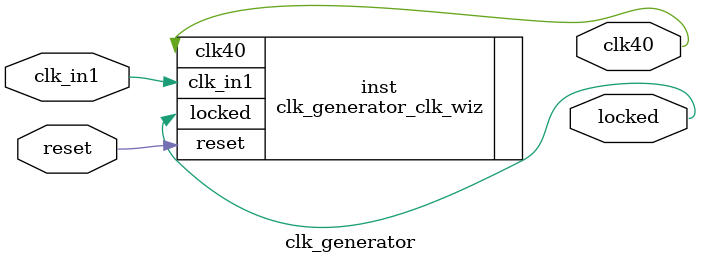
<source format=v>


`timescale 1ps/1ps

(* CORE_GENERATION_INFO = "clk_generator,clk_wiz_v6_0_6_0_0,{component_name=clk_generator,use_phase_alignment=true,use_min_o_jitter=false,use_max_i_jitter=false,use_dyn_phase_shift=false,use_inclk_switchover=false,use_dyn_reconfig=false,enable_axi=0,feedback_source=FDBK_AUTO,PRIMITIVE=MMCM,num_out_clk=1,clkin1_period=83.333,clkin2_period=10.0,use_power_down=false,use_reset=true,use_locked=true,use_inclk_stopped=false,feedback_type=SINGLE,CLOCK_MGR_TYPE=NA,manual_override=false}" *)

module clk_generator 
 (
  // Clock out ports
  output        clk40,
  // Status and control signals
  input         reset,
  output        locked,
 // Clock in ports
  input         clk_in1
 );

  clk_generator_clk_wiz inst
  (
  // Clock out ports  
  .clk40(clk40),
  // Status and control signals               
  .reset(reset), 
  .locked(locked),
 // Clock in ports
  .clk_in1(clk_in1)
  );

endmodule

</source>
